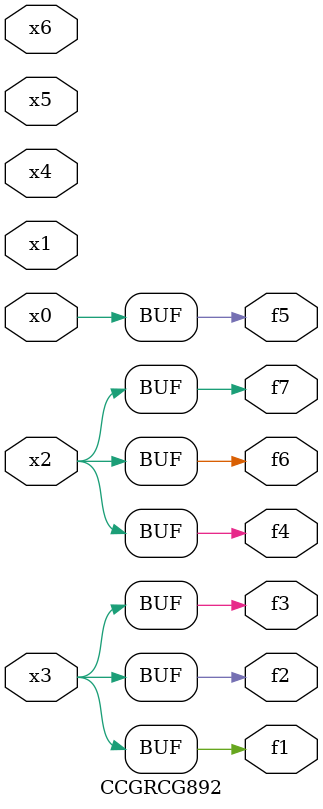
<source format=v>
module CCGRCG892(
	input x0, x1, x2, x3, x4, x5, x6,
	output f1, f2, f3, f4, f5, f6, f7
);
	assign f1 = x3;
	assign f2 = x3;
	assign f3 = x3;
	assign f4 = x2;
	assign f5 = x0;
	assign f6 = x2;
	assign f7 = x2;
endmodule

</source>
